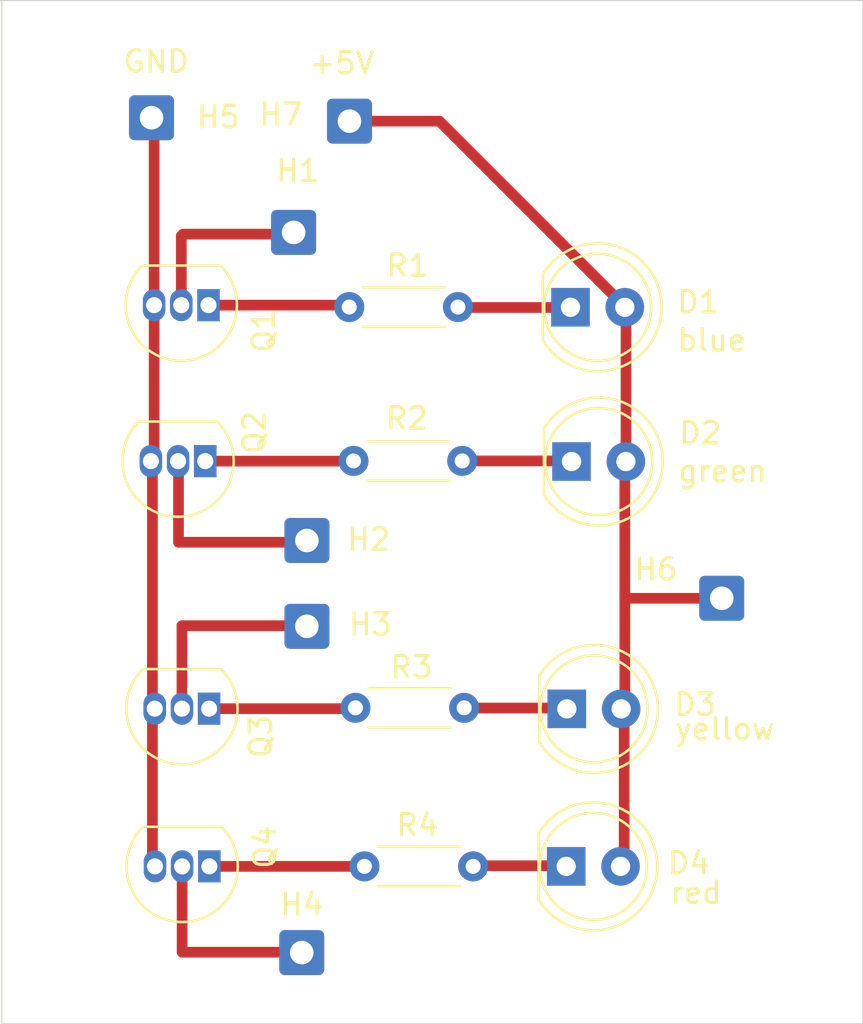
<source format=kicad_pcb>
(kicad_pcb (version 20240108) (generator "pcbnew") (generator_version "8.0")
  (layers (0 "F.Cu" signal) (31 "B.Cu" signal) (34 "B.Paste" user) (35 "F.Paste" user) (36 "B.SilkS" user "B.Silkscreen") (37 "F.SilkS" user "F.Silkscreen") (38 "B.Mask" user) (39 "F.Mask" user) (44 "Edge.Cuts" user))
  (net 0 "")
  (net 1 "Net-(Q1-C)")
  (net 2 "Net-(Q2-C)")
  (net 3 "Net-(Q3-C)")
  (net 4 "Net-(Q4-C)")
  (net 5 "Net-(D1-A)")
  (net 6 "Net-(D2-K)")
  (net 7 "Net-(D3-K)")
  (net 8 "Net-(D4-K)")
  (net 9 "Net-(D1-K)")
  (net 10 "Net-(Q1-B)")
  (net 11 "Net-(Q2-B)")
  (net 12 "Net-(Q3-B)")
  (net 13 "Net-(Q4-B)")
  (net 14 "Net-(Q1-E)")
  (footprint "Connector_Wire:SolderWire-0.5sqmm_1x01_D0.9mm_OD2.1mm" (layer "F.Cu") (at 26.92 18.59)
    (property "Reference" "H5" (at 3.12 -0.03 0) (layer "F.SilkS"))
    (property "Value" "GND" (at 0.22 -2.63 0) (layer "F.SilkS"))
    (pad "1" thru_hole roundrect (at 0 0) (size 2.1 2.1) (drill 1.1) (layers "*.Cu" "*.Mask") (roundrect_rratio 0.119048) (net 14 "Net-(Q1-E)"))
  )
  (footprint "Resistor_THT:R_Axial_DIN0204_L3.6mm_D1.6mm_P5.08mm_Horizontal" (layer "F.Cu") (at 41.95 53.58 180)
    (property "Reference" "R4" (at 2.61 1.93 0) (layer "F.SilkS"))
    (property "Value" "47k")
    (fp_line (start 0.62 0.92) (end 4.46 0.92) (stroke (width 0.12)) (layer "F.SilkS"))
    (fp_line (start 0.62 -0.92) (end 4.46 -0.92) (stroke (width 0.12)) (layer "F.SilkS"))
    (pad "1" thru_hole circle (at 0 0 180) (size 1.4 1.4) (drill 0.7) (layers "*.Cu" "*.Mask") (net 8 "Net-(D4-K)"))
    (pad "2" thru_hole oval (at 5.08 0 180) (size 1.4 1.4) (drill 0.7) (layers "*.Cu" "*.Mask") (net 4 "Net-(Q4-C)"))
  )
  (footprint "Connector_Wire:SolderWire-0.5sqmm_1x01_D0.9mm_OD2.1mm" (layer "F.Cu") (at 33.94 57.61)
    (property "Reference" "H4" (at 0 -2.25 0) (layer "F.SilkS"))
    (property "Value" "MountingHole_Pad" (hide yes))
    (pad "1" thru_hole roundrect (at 0 0) (size 2.1 2.1) (drill 1.1) (layers "*.Cu" "*.Mask") (roundrect_rratio 0.119048) (net 13 "Net-(Q4-B)"))
  )
  (footprint "Connector_Wire:SolderWire-0.5sqmm_1x01_D0.9mm_OD2.1mm" (layer "F.Cu") (at 53.57 41.05)
    (property "Reference" "H6" (at -3.08 -1.35 0) (layer "F.SilkS"))
    (property "Value" "MountingHole_Pad" (hide yes))
    (pad "1" thru_hole roundrect (at 0 0) (size 2.1 2.1) (drill 1.1) (layers "*.Cu" "*.Mask") (roundrect_rratio 0.119048) (net 5 "Net-(D1-A)"))
  )
  (footprint "Package_TO_SOT_THT:TO-92_Inline" (layer "F.Cu") (at 29.43 34.64 180)
    (property "Reference" "Q2" (at -2.29 1.34 90) (layer "F.SilkS"))
    (property "Value" "~")
    (fp_line (start -0.53 1.85) (end 3.07 1.85) (stroke (width 0.12)) (layer "F.SilkS"))
    (fp_arc (start 1.27 -2.6) (mid 3.672087 -0.994977) (end 3.108478 1.838478) (stroke (width 0.12)) (layer "F.SilkS"))
    (fp_arc (start -0.568478 1.838478) (mid -1.132087 -0.994977) (end 1.27 -2.6) (stroke (width 0.12)) (layer "F.SilkS"))
    (pad "1" thru_hole rect (at 0 0 180) (size 1.05 1.5) (drill 0.75) (layers "*.Cu" "*.Mask") (net 2 "Net-(Q2-C)"))
    (pad "2" thru_hole oval (at 1.27 0 180) (size 1.05 1.5) (drill 0.75) (layers "*.Cu" "*.Mask") (net 11 "Net-(Q2-B)"))
    (pad "3" thru_hole oval (at 2.54 0 180) (size 1.05 1.5) (drill 0.75) (layers "*.Cu" "*.Mask") (net 14 "Net-(Q1-E)"))
  )
  (footprint "LED_THT:LED_D5.0mm" (layer "F.Cu") (at 46.33 46.22)
    (property "Reference" "D3" (at 5.99 -0.2 0) (layer "F.SilkS"))
    (property "Value" "yellow" (at 7.39 0.94 0) (layer "F.SilkS"))
    (fp_line (start -1.29 -1.545) (end -1.29 1.545) (stroke (width 0.12)) (layer "F.SilkS"))
    (fp_arc (start -1.29 -1.54483) (mid 2.072002 -2.880433) (end 4.26 0.000462) (stroke (width 0.12)) (layer "F.SilkS"))
    (fp_arc (start 4.26 -0.000462) (mid 2.072002 2.880433) (end -1.29 1.54483) (stroke (width 0.12)) (layer "F.SilkS"))
    (fp_circle (center 1.27 0) (end 3.77 0) (stroke (width 0.12)) (fill none) (layer "F.SilkS"))
    (pad "1" thru_hole rect (at 0 0) (size 1.8 1.8) (drill 0.9) (layers "*.Cu" "*.Mask") (net 7 "Net-(D3-K)"))
    (pad "2" thru_hole circle (at 2.54 0) (size 1.8 1.8) (drill 0.9) (layers "*.Cu" "*.Mask") (net 5 "Net-(D1-A)"))
  )
  (footprint "Resistor_THT:R_Axial_DIN0204_L3.6mm_D1.6mm_P5.08mm_Horizontal" (layer "F.Cu") (at 41.24 27.44 180)
    (property "Reference" "R1" (at 2.36 1.94 0) (layer "F.SilkS"))
    (property "Value" "47k")
    (fp_line (start 0.62 0.92) (end 4.46 0.92) (stroke (width 0.12)) (layer "F.SilkS"))
    (fp_line (start 0.62 -0.92) (end 4.46 -0.92) (stroke (width 0.12)) (layer "F.SilkS"))
    (pad "1" thru_hole circle (at 0 0 180) (size 1.4 1.4) (drill 0.7) (layers "*.Cu" "*.Mask") (net 9 "Net-(D1-K)"))
    (pad "2" thru_hole oval (at 5.08 0 180) (size 1.4 1.4) (drill 0.7) (layers "*.Cu" "*.Mask") (net 1 "Net-(Q1-C)"))
  )
  (footprint "Connector_Wire:SolderWire-0.5sqmm_1x01_D0.9mm_OD2.1mm" (layer "F.Cu") (at 36.17 18.75)
    (property "Reference" "H7" (at -3.2 -0.31 0) (layer "F.SilkS"))
    (property "Value" "+5V" (at -0.37 -2.71 0) (layer "F.SilkS"))
    (pad "1" thru_hole roundrect (at 0 0) (size 2.1 2.1) (drill 1.1) (layers "*.Cu" "*.Mask") (roundrect_rratio 0.119048) (net 5 "Net-(D1-A)"))
  )
  (footprint "Connector_Wire:SolderWire-0.5sqmm_1x01_D0.9mm_OD2.1mm" (layer "F.Cu") (at 34.18 42.36)
    (property "Reference" "H3" (at 2.97 -0.09 0) (layer "F.SilkS"))
    (property "Value" "MountingHole_Pad" (hide yes))
    (pad "1" thru_hole roundrect (at 0 0) (size 2.1 2.1) (drill 1.1) (layers "*.Cu" "*.Mask") (roundrect_rratio 0.119048) (net 12 "Net-(Q3-B)"))
  )
  (footprint "Connector_Wire:SolderWire-0.5sqmm_1x01_D0.9mm_OD2.1mm" (layer "F.Cu") (at 33.56 23.95)
    (property "Reference" "H1" (at 0.19 -2.89 0) (layer "F.SilkS"))
    (property "Value" "MountingHole_Pad" (hide yes))
    (pad "1" thru_hole roundrect (at 0 0) (size 2.1 2.1) (drill 1.1) (layers "*.Cu" "*.Mask") (roundrect_rratio 0.119048) (net 10 "Net-(Q1-B)"))
  )
  (footprint "Connector_Wire:SolderWire-0.5sqmm_1x01_D0.9mm_OD2.1mm" (layer "F.Cu") (at 34.18 38.35)
    (property "Reference" "H2" (at 2.89 -0.05 0) (layer "F.SilkS"))
    (property "Value" "MountingHole_Pad" (hide yes))
    (pad "1" thru_hole roundrect (at 0 0) (size 2.1 2.1) (drill 1.1) (layers "*.Cu" "*.Mask") (roundrect_rratio 0.119048) (net 11 "Net-(Q2-B)"))
  )
  (footprint "Package_TO_SOT_THT:TO-92_Inline" (layer "F.Cu") (at 29.58 27.35 180)
    (property "Reference" "Q1" (at -2.57 -1.21 90) (layer "F.SilkS"))
    (property "Value" "~")
    (fp_line (start -0.53 1.85) (end 3.07 1.85) (stroke (width 0.12)) (layer "F.SilkS"))
    (fp_arc (start 1.27 -2.6) (mid 3.672087 -0.994977) (end 3.108478 1.838478) (stroke (width 0.12)) (layer "F.SilkS"))
    (fp_arc (start -0.568478 1.838478) (mid -1.132087 -0.994977) (end 1.27 -2.6) (stroke (width 0.12)) (layer "F.SilkS"))
    (pad "1" thru_hole rect (at 0 0 180) (size 1.05 1.5) (drill 0.75) (layers "*.Cu" "*.Mask") (net 1 "Net-(Q1-C)"))
    (pad "2" thru_hole oval (at 1.27 0 180) (size 1.05 1.5) (drill 0.75) (layers "*.Cu" "*.Mask") (net 10 "Net-(Q1-B)"))
    (pad "3" thru_hole oval (at 2.54 0 180) (size 1.05 1.5) (drill 0.75) (layers "*.Cu" "*.Mask") (net 14 "Net-(Q1-E)"))
  )
  (footprint "Package_TO_SOT_THT:TO-92_Inline" (layer "F.Cu") (at 29.62 53.58 180)
    (property "Reference" "Q4" (at -2.59 0.9 90) (layer "F.SilkS"))
    (property "Value" "~")
    (fp_line (start -0.53 1.85) (end 3.07 1.85) (stroke (width 0.12)) (layer "F.SilkS"))
    (fp_arc (start 1.27 -2.6) (mid 3.672087 -0.994977) (end 3.108478 1.838478) (stroke (width 0.12)) (layer "F.SilkS"))
    (fp_arc (start -0.568478 1.838478) (mid -1.132087 -0.994977) (end 1.27 -2.6) (stroke (width 0.12)) (layer "F.SilkS"))
    (pad "1" thru_hole rect (at 0 0 180) (size 1.05 1.5) (drill 0.75) (layers "*.Cu" "*.Mask") (net 4 "Net-(Q4-C)"))
    (pad "2" thru_hole oval (at 1.27 0 180) (size 1.05 1.5) (drill 0.75) (layers "*.Cu" "*.Mask") (net 13 "Net-(Q4-B)"))
    (pad "3" thru_hole oval (at 2.54 0 180) (size 1.05 1.5) (drill 0.75) (layers "*.Cu" "*.Mask") (net 14 "Net-(Q1-E)"))
  )
  (footprint "Resistor_THT:R_Axial_DIN0204_L3.6mm_D1.6mm_P5.08mm_Horizontal" (layer "F.Cu") (at 41.44 34.63 180)
    (property "Reference" "R2" (at 2.59 1.99 0) (layer "F.SilkS"))
    (property "Value" "47k")
    (fp_line (start 0.62 0.92) (end 4.46 0.92) (stroke (width 0.12)) (layer "F.SilkS"))
    (fp_line (start 0.62 -0.92) (end 4.46 -0.92) (stroke (width 0.12)) (layer "F.SilkS"))
    (pad "1" thru_hole circle (at 0 0 180) (size 1.4 1.4) (drill 0.7) (layers "*.Cu" "*.Mask") (net 6 "Net-(D2-K)"))
    (pad "2" thru_hole oval (at 5.08 0 180) (size 1.4 1.4) (drill 0.7) (layers "*.Cu" "*.Mask") (net 2 "Net-(Q2-C)"))
  )
  (footprint "LED_THT:LED_D5.0mm" (layer "F.Cu") (at 46.55 34.66)
    (property "Reference" "D2" (at 6.02 -1.33 0) (layer "F.SilkS"))
    (property "Value" "green" (at 7.06 0.45 0) (layer "F.SilkS"))
    (fp_line (start -1.29 -1.545) (end -1.29 1.545) (stroke (width 0.12)) (layer "F.SilkS"))
    (fp_arc (start -1.29 -1.54483) (mid 2.072002 -2.880433) (end 4.26 0.000462) (stroke (width 0.12)) (layer "F.SilkS"))
    (fp_arc (start 4.26 -0.000462) (mid 2.072002 2.880433) (end -1.29 1.54483) (stroke (width 0.12)) (layer "F.SilkS"))
    (fp_circle (center 1.27 0) (end 3.77 0) (stroke (width 0.12)) (fill none) (layer "F.SilkS"))
    (pad "1" thru_hole rect (at 0 0) (size 1.8 1.8) (drill 0.9) (layers "*.Cu" "*.Mask") (net 6 "Net-(D2-K)"))
    (pad "2" thru_hole circle (at 2.54 0) (size 1.8 1.8) (drill 0.9) (layers "*.Cu" "*.Mask") (net 5 "Net-(D1-A)"))
  )
  (footprint "Package_TO_SOT_THT:TO-92_Inline" (layer "F.Cu") (at 29.61 46.21 180)
    (property "Reference" "Q3" (at -2.42 -1.3 90) (layer "F.SilkS"))
    (property "Value" "~")
    (fp_line (start -0.53 1.85) (end 3.07 1.85) (stroke (width 0.12)) (layer "F.SilkS"))
    (fp_arc (start 1.27 -2.6) (mid 3.672087 -0.994977) (end 3.108478 1.838478) (stroke (width 0.12)) (layer "F.SilkS"))
    (fp_arc (start -0.568478 1.838478) (mid -1.132087 -0.994977) (end 1.27 -2.6) (stroke (width 0.12)) (layer "F.SilkS"))
    (pad "1" thru_hole rect (at 0 0 180) (size 1.05 1.5) (drill 0.75) (layers "*.Cu" "*.Mask") (net 3 "Net-(Q3-C)"))
    (pad "2" thru_hole oval (at 1.27 0 180) (size 1.05 1.5) (drill 0.75) (layers "*.Cu" "*.Mask") (net 12 "Net-(Q3-B)"))
    (pad "3" thru_hole oval (at 2.54 0 180) (size 1.05 1.5) (drill 0.75) (layers "*.Cu" "*.Mask") (net 14 "Net-(Q1-E)"))
  )
  (footprint "LED_THT:LED_D5.0mm" (layer "F.Cu") (at 46.5 27.45)
    (property "Reference" "D1" (at 5.97 -0.24 0) (layer "F.SilkS"))
    (property "Value" "blue" (at 6.61 1.54 0) (layer "F.SilkS"))
    (fp_line (start -1.29 -1.545) (end -1.29 1.545) (stroke (width 0.12)) (layer "F.SilkS"))
    (fp_arc (start -1.29 -1.54483) (mid 2.072002 -2.880433) (end 4.26 0.000462) (stroke (width 0.12)) (layer "F.SilkS"))
    (fp_arc (start 4.26 -0.000462) (mid 2.072002 2.880433) (end -1.29 1.54483) (stroke (width 0.12)) (layer "F.SilkS"))
    (fp_circle (center 1.27 0) (end 3.77 0) (stroke (width 0.12)) (fill none) (layer "F.SilkS"))
    (pad "1" thru_hole rect (at 0 0) (size 1.8 1.8) (drill 0.9) (layers "*.Cu" "*.Mask") (net 9 "Net-(D1-K)"))
    (pad "2" thru_hole circle (at 2.54 0) (size 1.8 1.8) (drill 0.9) (layers "*.Cu" "*.Mask") (net 5 "Net-(D1-A)"))
  )
  (footprint "Resistor_THT:R_Axial_DIN0204_L3.6mm_D1.6mm_P5.08mm_Horizontal" (layer "F.Cu") (at 41.53 46.17 180)
    (property "Reference" "R3" (at 2.46 1.9 0) (layer "F.SilkS"))
    (property "Value" "47k")
    (fp_line (start 0.62 0.92) (end 4.46 0.92) (stroke (width 0.12)) (layer "F.SilkS"))
    (fp_line (start 0.62 -0.92) (end 4.46 -0.92) (stroke (width 0.12)) (layer "F.SilkS"))
    (pad "1" thru_hole circle (at 0 0 180) (size 1.4 1.4) (drill 0.7) (layers "*.Cu" "*.Mask") (net 7 "Net-(D3-K)"))
    (pad "2" thru_hole oval (at 5.08 0 180) (size 1.4 1.4) (drill 0.7) (layers "*.Cu" "*.Mask") (net 3 "Net-(Q3-C)"))
  )
  (footprint "LED_THT:LED_D5.0mm" (layer "F.Cu") (at 46.3 53.58)
    (property "Reference" "D4" (at 5.73 -0.15 360) (layer "F.SilkS"))
    (property "Value" "red" (at 6.07 1.23 360) (layer "F.SilkS"))
    (fp_line (start -1.29 -1.545) (end -1.29 1.545) (stroke (width 0.12)) (layer "F.SilkS"))
    (fp_arc (start -1.29 -1.54483) (mid 2.072002 -2.880433) (end 4.26 0.000462) (stroke (width 0.12)) (layer "F.SilkS"))
    (fp_arc (start 4.26 -0.000462) (mid 2.072002 2.880433) (end -1.29 1.54483) (stroke (width 0.12)) (layer "F.SilkS"))
    (fp_circle (center 1.27 0) (end 3.77 0) (stroke (width 0.12)) (fill none) (layer "F.SilkS"))
    (pad "1" thru_hole rect (at 0 0) (size 1.8 1.8) (drill 0.9) (layers "*.Cu" "*.Mask") (net 8 "Net-(D4-K)"))
    (pad "2" thru_hole circle (at 2.54 0) (size 1.8 1.8) (drill 0.9) (layers "*.Cu" "*.Mask") (net 5 "Net-(D1-A)"))
  )
  (gr_line (start 19.923382 60.931993) (end 19.923382 13.113204) (stroke (width 0.05)) (layer "Edge.Cuts"))
  (gr_line (start 60.172402 60.931993) (end 19.923382 60.931993) (stroke (width 0.05)) (layer "Edge.Cuts"))
  (gr_line (start 60.172402 13.113204) (end 60.172402 60.931993) (stroke (width 0.05)) (layer "Edge.Cuts"))
  (gr_line (start 19.86184 13.113204) (end 60.172402 13.113204) (stroke (width 0.05)) (layer "Edge.Cuts"))
  (segment (start 29.58 27.35) (end 36.07 27.35) (width 0.5) (layer "F.Cu") (net 1))
  (segment (start 36.07 27.35) (end 36.16 27.44) (width 0.2) (layer "F.Cu") (net 1))
  (segment (start 29.43 34.64) (end 36.35 34.64) (width 0.5) (layer "F.Cu") (net 2))
  (segment (start 36.35 34.64) (end 36.36 34.63) (width 0.2) (layer "F.Cu") (net 2))
  (segment (start 36.41 46.21) (end 36.45 46.17) (width 0.2) (layer "F.Cu") (net 3))
  (segment (start 29.61 46.21) (end 36.41 46.21) (width 0.5) (layer "F.Cu") (net 3))
  (segment (start 29.62 53.58) (end 36.87 53.58) (width 0.5) (layer "F.Cu") (net 4))
  (segment (start 29.77 53.58) (end 29.62 53.58) (width 0.2) (layer "F.Cu") (net 4))
  (segment (start 29.77 53.58) (end 29.81 53.62) (width 0.2) (layer "F.Cu") (net 4))
  (segment (start 49.095 27.47) (end 49.095 34.655) (width 0.5) (layer "F.Cu") (net 5))
  (segment (start 49.02 46.18) (end 49.04 46.16) (width 0.2) (layer "F.Cu") (net 5))
  (segment (start 49.16 41.05) (end 49.04 40.93) (width 0.2) (layer "F.Cu") (net 5))
  (segment (start 53.57 41.05) (end 49.16 41.05) (width 0.5) (layer "F.Cu") (net 5))
  (segment (start 49.04 34.72) (end 49.1 34.66) (width 0.2) (layer "F.Cu") (net 5))
  (segment (start 49.01 46.17) (end 49.04 46.14) (width 0.2) (layer "F.Cu") (net 5))
  (segment (start 49.01 53.55) (end 49.01 46.17) (width 0.5) (layer "F.Cu") (net 5))
  (segment (start 49.095 34.655) (end 49.1 34.66) (width 0.2) (layer "F.Cu") (net 5))
  (segment (start 49.095 27.47) (end 40.375 18.75) (width 0.5) (layer "F.Cu") (net 5))
  (segment (start 49.04 40.93) (end 49.04 34.72) (width 0.5) (layer "F.Cu") (net 5))
  (segment (start 49.04 46.16) (end 49.04 40.93) (width 0.5) (layer "F.Cu") (net 5))
  (segment (start 40.375 18.75) (end 36.17 18.75) (width 0.5) (layer "F.Cu") (net 5))
  (segment (start 36.11 18.81) (end 36.185 18.885) (width 0.2) (layer "F.Cu") (net 5))
  (segment (start 46.53 34.63) (end 46.56 34.66) (width 0.2) (layer "F.Cu") (net 6))
  (segment (start 41.44 34.63) (end 46.53 34.63) (width 0.5) (layer "F.Cu") (net 6))
  (segment (start 41.54 46.18) (end 41.53 46.17) (width 0.2) (layer "F.Cu") (net 7))
  (segment (start 46.48 46.18) (end 41.54 46.18) (width 0.5) (layer "F.Cu") (net 7))
  (segment (start 41.98 53.55) (end 41.95 53.58) (width 0.2) (layer "F.Cu") (net 8))
  (segment (start 46.47 53.55) (end 41.98 53.55) (width 0.5) (layer "F.Cu") (net 8))
  (segment (start 41.26 27.46) (end 41.24 27.44) (width 0.2) (layer "F.Cu") (net 9))
  (segment (start 46.545 27.46) (end 41.26 27.46) (width 0.5) (layer "F.Cu") (net 9))
  (segment (start 46.555 27.47) (end 46.545 27.46) (width 0.2) (layer "F.Cu") (net 9))
  (segment (start 28.31 24.11) (end 28.39 24.03) (width 0.2) (layer "F.Cu") (net 10))
  (segment (start 28.31 27.35) (end 28.31 24.11) (width 0.5) (layer "F.Cu") (net 10))
  (segment (start 28.39 24.03) (end 33.26 24.03) (width 0.5) (layer "F.Cu") (net 10))
  (segment (start 34.1 38.43) (end 34.18 38.35) (width 0.2) (layer "F.Cu") (net 11))
  (segment (start 34.18 38.35) (end 33.38 38.35) (width 0.2) (layer "F.Cu") (net 11))
  (segment (start 33.38 38.35) (end 33.35 38.38) (width 0.2) (layer "F.Cu") (net 11))
  (segment (start 28.18 38.43) (end 34.1 38.43) (width 0.5) (layer "F.Cu") (net 11))
  (segment (start 28.16 34.64) (end 28.16 35.245) (width 0.2) (layer "F.Cu") (net 11))
  (segment (start 28.16 35.245) (end 28.18 35.265) (width 0.2) (layer "F.Cu") (net 11))
  (segment (start 28.18 35.265) (end 28.18 38.43) (width 0.5) (layer "F.Cu") (net 11))
  (segment (start 28.34 42.33) (end 34.15 42.33) (width 0.5) (layer "F.Cu") (net 12))
  (segment (start 28.34 46.21) (end 28.34 42.33) (width 0.5) (layer "F.Cu") (net 12))
  (segment (start 34.15 42.33) (end 34.18 42.36) (width 0.2) (layer "F.Cu") (net 12))
  (segment (start 28.35 57.59) (end 33.92 57.59) (width 0.5) (layer "F.Cu") (net 13))
  (segment (start 28.35 53.58) (end 28.35 57.59) (width 0.5) (layer "F.Cu") (net 13))
  (segment (start 33.92 57.59) (end 33.94 57.61) (width 0.2) (layer "F.Cu") (net 13))
  (segment (start 27.04 34.49) (end 26.89 34.64) (width 0.2) (layer "F.Cu") (net 14))
  (segment (start 26.96 53.46) (end 27.08 53.58) (width 0.2) (layer "F.Cu") (net 14))
  (segment (start 27.04 18.71) (end 26.92 18.59) (width 0.2) (layer "F.Cu") (net 14))
  (segment (start 27.04 27.35) (end 27.04 34.49) (width 0.5) (layer "F.Cu") (net 14))
  (segment (start 27.04 27.35) (end 27.04 18.71) (width 0.5) (layer "F.Cu") (net 14))
  (segment (start 26.99 53.49) (end 27.08 53.58) (width 0.2) (layer "F.Cu") (net 14))
  (segment (start 26.96 34.47) (end 26.96 53.46) (width 0.5) (layer "F.Cu") (net 14))
  (segment (start 26.99 34.44) (end 26.96 34.47) (width 0.2) (layer "F.Cu") (net 14))
)
</source>
